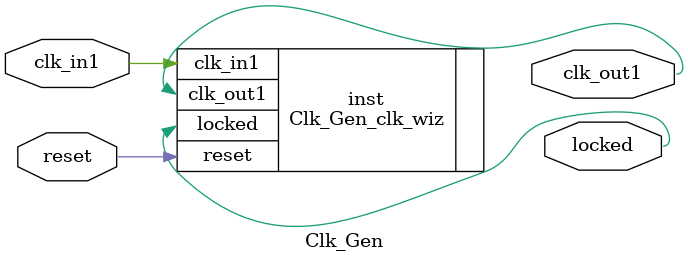
<source format=v>


`timescale 1ps/1ps

(* CORE_GENERATION_INFO = "Clk_Gen,clk_wiz_v5_4_1_0,{component_name=Clk_Gen,use_phase_alignment=true,use_min_o_jitter=false,use_max_i_jitter=false,use_dyn_phase_shift=false,use_inclk_switchover=false,use_dyn_reconfig=false,enable_axi=0,feedback_source=FDBK_AUTO,PRIMITIVE=MMCM,num_out_clk=1,clkin1_period=10.000,clkin2_period=10.000,use_power_down=false,use_reset=true,use_locked=true,use_inclk_stopped=false,feedback_type=SINGLE,CLOCK_MGR_TYPE=NA,manual_override=false}" *)

module Clk_Gen 
 (
  // Clock out ports
  output        clk_out1,
  // Status and control signals
  input         reset,
  output        locked,
 // Clock in ports
  input         clk_in1
 );

  Clk_Gen_clk_wiz inst
  (
  // Clock out ports  
  .clk_out1(clk_out1),
  // Status and control signals               
  .reset(reset), 
  .locked(locked),
 // Clock in ports
  .clk_in1(clk_in1)
  );

endmodule

</source>
